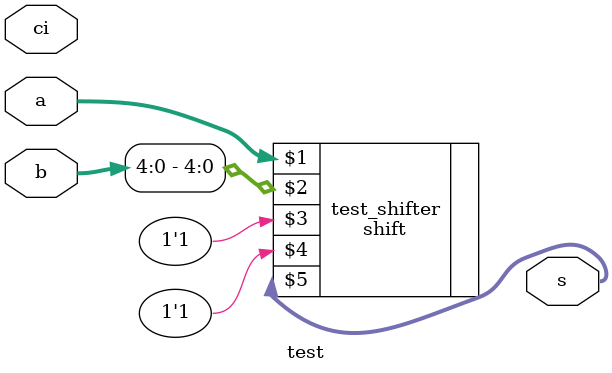
<source format=v>
`timescale 1ns / 1ps


module test(
    input [31:0] a,
    input [31:0] b,
    input ci,
    output [31:0] s);

    // cla32 test_adder(a,b,ci,s);
    shift test_shifter(a,b[4:0],1'b1,1'b1,s);
    
endmodule
</source>
